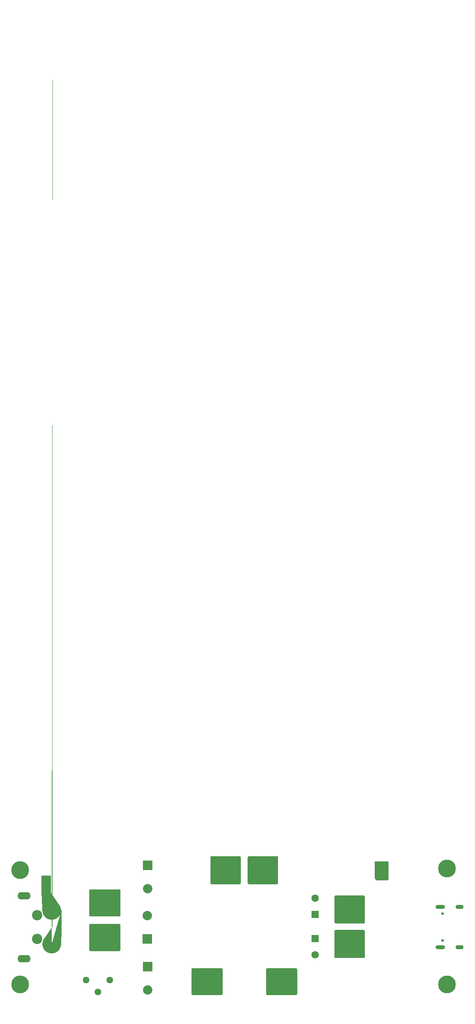
<source format=gbs>
%TF.GenerationSoftware,KiCad,Pcbnew,(5.99.0-10682-g4bb4606811)*%
%TF.CreationDate,2021-08-27T09:32:21+01:00*%
%TF.ProjectId,dc-to-pd-2,64632d74-6f2d-4706-942d-322e6b696361,rev?*%
%TF.SameCoordinates,Original*%
%TF.FileFunction,Soldermask,Bot*%
%TF.FilePolarity,Negative*%
%FSLAX46Y46*%
G04 Gerber Fmt 4.6, Leading zero omitted, Abs format (unit mm)*
G04 Created by KiCad (PCBNEW (5.99.0-10682-g4bb4606811)) date 2021-08-27 09:32:21*
%MOMM*%
%LPD*%
G01*
G04 APERTURE LIST*
G04 Aperture macros list*
%AMFreePoly0*
4,1,52,2.135355,7.464855,2.150000,7.429500,2.150000,3.175000,2.148124,3.170471,2.148343,3.170047,2.149457,3.156966,2.153880,3.144602,1.999473,0.008374,2.000000,0.000000,1.984229,-0.250666,1.937166,-0.497380,1.859553,-0.736249,1.752613,-0.963507,1.618034,-1.175571,1.457937,-1.369094,1.274848,-1.541026,1.071654,-1.688656,0.851559,-1.809654,0.618034,-1.902113,0.374763,-1.964575,
0.125581,-1.996053,-0.125581,-1.996053,-0.374763,-1.964575,-0.618034,-1.902113,-0.851559,-1.809654,-1.071654,-1.688656,-1.274848,-1.541026,-1.457937,-1.369094,-1.618034,-1.175571,-1.752613,-0.963507,-1.859553,-0.736249,-1.937166,-0.497380,-1.984229,-0.250666,-2.000000,0.000000,-1.984229,0.250666,-1.937166,0.497380,-1.859553,0.736249,-1.776167,0.913453,-1.775454,0.916957,-1.772357,0.921549,
-1.752613,0.963507,-1.618034,1.175571,-1.526061,1.286747,0.066046,3.647457,0.079502,3.656364,0.091689,3.666934,0.167860,3.692324,0.167860,7.429500,0.182505,7.464855,0.217860,7.479500,2.100000,7.479500,2.135355,7.464855,2.135355,7.464855,$1*%
%AMFreePoly1*
4,1,49,-0.199145,7.464855,-0.184500,7.429500,-0.184500,3.805567,-0.165806,3.789025,-0.162929,3.783124,-0.157457,3.779494,1.488463,1.333474,1.488806,1.331781,1.618034,1.175571,1.752613,0.963507,1.859553,0.736249,1.937166,0.497380,1.984229,0.250666,2.000000,0.000000,1.984229,-0.250666,1.937166,-0.497380,1.859553,-0.736249,1.752613,-0.963507,1.618034,-1.175571,1.457937,-1.369094,
1.274848,-1.541026,1.071654,-1.688656,0.851559,-1.809654,0.618034,-1.902113,0.374763,-1.964575,0.125581,-1.996053,-0.125581,-1.996053,-0.374763,-1.964575,-0.618034,-1.902113,-0.851559,-1.809654,-1.071654,-1.688656,-1.274848,-1.541026,-1.457937,-1.369094,-1.618034,-1.175571,-1.752613,-0.963507,-1.859553,-0.736249,-1.937166,-0.497380,-1.984229,-0.250666,-1.990503,-0.150941,-1.995069,-0.146434,
-1.995127,-0.137495,-1.998942,-0.129411,-2.157387,3.152662,-2.166640,3.175000,-2.166640,7.429500,-2.151995,7.464855,-2.116640,7.479500,-0.234500,7.479500,-0.199145,7.464855,-0.199145,7.464855,$1*%
G04 Aperture macros list end*
%ADD10C,3.800000*%
%ADD11R,1.600000X1.600000*%
%ADD12C,1.600000*%
%ADD13C,1.440000*%
%ADD14C,2.200000*%
%ADD15O,2.800000X1.600000*%
%ADD16FreePoly0,90.000000*%
%ADD17FreePoly1,90.000000*%
%ADD18R,2.000000X2.000000*%
%ADD19C,2.000000*%
%ADD20C,0.600000*%
%ADD21O,2.000000X0.900000*%
%ADD22O,1.700000X0.900000*%
G04 APERTURE END LIST*
D10*
%TO.C,H1*%
X34500000Y-33750000D03*
%TD*%
D11*
%TO.C,Cout2*%
X97700000Y-48400000D03*
D12*
X97700000Y-51900000D03*
%TD*%
D11*
%TO.C,Cout1*%
X97700000Y-43302651D03*
D12*
X97700000Y-39802651D03*
%TD*%
D13*
%TO.C,RV1*%
X48650000Y-57350000D03*
X51190000Y-59890000D03*
X53730000Y-57350000D03*
%TD*%
D14*
%TO.C,J1*%
X38125000Y-48540000D03*
D15*
X35300000Y-52750000D03*
D16*
X41300000Y-49600000D03*
D14*
X38125000Y-43460000D03*
D17*
X41300000Y-42400000D03*
D15*
X35300000Y-39250000D03*
%TD*%
D10*
%TO.C,H2*%
X34500000Y-58250000D03*
%TD*%
D18*
%TO.C,Cinbulk3*%
X61800000Y-54400000D03*
D19*
X61800000Y-59400000D03*
%TD*%
D10*
%TO.C,H3*%
X126000000Y-33450000D03*
%TD*%
%TO.C,H4*%
X126000000Y-58250000D03*
%TD*%
D18*
%TO.C,Cinbulk1*%
X61800000Y-32800000D03*
D19*
X61800000Y-37800000D03*
%TD*%
D20*
%TO.C,J2*%
X125050000Y-43110000D03*
X125050000Y-48890000D03*
D21*
X124570000Y-50320000D03*
X124570000Y-41680000D03*
D22*
X128740000Y-41680000D03*
X128740000Y-50320000D03*
%TD*%
D18*
%TO.C,Cinbulk2*%
X61750000Y-48535354D03*
D19*
X61750000Y-43535354D03*
%TD*%
G36*
X55762170Y-45302421D02*
G01*
X55821089Y-45314140D01*
X55866512Y-45332955D01*
X55905939Y-45359300D01*
X55940700Y-45394061D01*
X55967045Y-45433488D01*
X55985860Y-45478911D01*
X55997579Y-45537830D01*
X56000000Y-45562410D01*
X56000000Y-50837590D01*
X55997579Y-50862170D01*
X55985860Y-50921089D01*
X55967045Y-50966512D01*
X55940700Y-51005939D01*
X55905939Y-51040700D01*
X55866512Y-51067045D01*
X55821089Y-51085860D01*
X55762170Y-51097579D01*
X55737590Y-51100000D01*
X49562410Y-51100000D01*
X49537830Y-51097579D01*
X49478911Y-51085860D01*
X49433488Y-51067045D01*
X49394061Y-51040700D01*
X49359300Y-51005939D01*
X49332955Y-50966512D01*
X49314140Y-50921089D01*
X49302421Y-50862170D01*
X49300000Y-50837590D01*
X49300000Y-45562410D01*
X49302421Y-45537830D01*
X49314140Y-45478911D01*
X49332955Y-45433488D01*
X49359300Y-45394061D01*
X49394061Y-45359300D01*
X49433488Y-45332955D01*
X49478911Y-45314140D01*
X49537830Y-45302421D01*
X49562410Y-45300000D01*
X55737590Y-45300000D01*
X55762170Y-45302421D01*
G37*
G36*
X108162170Y-46602421D02*
G01*
X108221089Y-46614140D01*
X108266512Y-46632955D01*
X108305939Y-46659300D01*
X108340700Y-46694061D01*
X108367045Y-46733488D01*
X108385860Y-46778911D01*
X108397579Y-46837830D01*
X108400000Y-46862410D01*
X108400000Y-52337590D01*
X108397579Y-52362170D01*
X108385860Y-52421089D01*
X108367045Y-52466512D01*
X108340700Y-52505939D01*
X108305939Y-52540700D01*
X108266512Y-52567045D01*
X108221089Y-52585860D01*
X108162170Y-52597579D01*
X108137590Y-52600000D01*
X102162410Y-52600000D01*
X102137830Y-52597579D01*
X102078911Y-52585860D01*
X102033488Y-52567045D01*
X101994061Y-52540700D01*
X101959300Y-52505939D01*
X101932955Y-52466512D01*
X101914140Y-52421089D01*
X101902421Y-52362170D01*
X101900000Y-52337590D01*
X101900000Y-46862410D01*
X101902421Y-46837830D01*
X101914140Y-46778911D01*
X101932955Y-46733488D01*
X101959300Y-46694061D01*
X101994061Y-46659300D01*
X102033488Y-46632955D01*
X102078911Y-46614140D01*
X102137830Y-46602421D01*
X102162410Y-46600000D01*
X108137590Y-46600000D01*
X108162170Y-46602421D01*
G37*
G36*
X113262170Y-31902421D02*
G01*
X113321089Y-31914140D01*
X113366512Y-31932955D01*
X113405939Y-31959300D01*
X113440700Y-31994061D01*
X113467045Y-32033488D01*
X113485860Y-32078911D01*
X113497579Y-32137830D01*
X113500000Y-32162410D01*
X113500000Y-35687590D01*
X113497579Y-35712170D01*
X113485860Y-35771089D01*
X113467045Y-35816512D01*
X113440700Y-35855939D01*
X113405939Y-35890700D01*
X113366512Y-35917045D01*
X113321089Y-35935860D01*
X113262170Y-35947579D01*
X113237590Y-35950000D01*
X110965963Y-35950000D01*
X110941382Y-35947579D01*
X110882465Y-35935860D01*
X110837044Y-35917046D01*
X110787093Y-35883670D01*
X110768000Y-35868000D01*
X110582000Y-35682000D01*
X110566330Y-35662907D01*
X110532954Y-35612956D01*
X110514140Y-35567535D01*
X110502421Y-35508618D01*
X110500000Y-35484037D01*
X110500000Y-32162410D01*
X110502421Y-32137830D01*
X110514140Y-32078911D01*
X110532955Y-32033488D01*
X110559300Y-31994061D01*
X110594061Y-31959300D01*
X110633488Y-31932955D01*
X110678911Y-31914140D01*
X110737830Y-31902421D01*
X110762410Y-31900000D01*
X113237590Y-31900000D01*
X113262170Y-31902421D01*
G37*
G36*
X81562170Y-30802421D02*
G01*
X81621089Y-30814140D01*
X81666512Y-30832955D01*
X81705939Y-30859300D01*
X81740700Y-30894061D01*
X81767045Y-30933488D01*
X81785860Y-30978911D01*
X81797579Y-31037830D01*
X81800000Y-31062410D01*
X81800000Y-36537590D01*
X81797579Y-36562170D01*
X81785860Y-36621089D01*
X81767045Y-36666512D01*
X81740700Y-36705939D01*
X81705939Y-36740700D01*
X81666512Y-36767045D01*
X81621089Y-36785860D01*
X81562170Y-36797579D01*
X81537590Y-36800000D01*
X75562410Y-36800000D01*
X75537830Y-36797579D01*
X75478911Y-36785860D01*
X75433488Y-36767045D01*
X75394061Y-36740700D01*
X75359300Y-36705939D01*
X75332955Y-36666512D01*
X75314140Y-36621089D01*
X75302421Y-36562170D01*
X75300000Y-36537590D01*
X75300000Y-31062410D01*
X75302421Y-31037830D01*
X75314140Y-30978911D01*
X75332955Y-30933488D01*
X75359300Y-30894061D01*
X75394061Y-30859300D01*
X75433488Y-30832955D01*
X75478911Y-30814140D01*
X75537830Y-30802421D01*
X75562410Y-30800000D01*
X81537590Y-30800000D01*
X81562170Y-30802421D01*
G37*
G36*
X77662170Y-54802421D02*
G01*
X77721089Y-54814140D01*
X77766512Y-54832955D01*
X77805939Y-54859300D01*
X77840700Y-54894061D01*
X77867045Y-54933488D01*
X77885860Y-54978911D01*
X77897579Y-55037830D01*
X77900000Y-55062410D01*
X77900000Y-60237590D01*
X77897579Y-60262170D01*
X77885860Y-60321089D01*
X77867045Y-60366512D01*
X77840700Y-60405939D01*
X77805939Y-60440700D01*
X77766512Y-60467045D01*
X77721089Y-60485860D01*
X77662170Y-60497579D01*
X77637590Y-60500000D01*
X71462410Y-60500000D01*
X71437830Y-60497579D01*
X71378911Y-60485860D01*
X71333488Y-60467045D01*
X71294061Y-60440700D01*
X71259300Y-60405939D01*
X71232955Y-60366512D01*
X71214140Y-60321089D01*
X71202421Y-60262170D01*
X71200000Y-60237590D01*
X71200000Y-55062410D01*
X71202421Y-55037830D01*
X71214140Y-54978911D01*
X71232955Y-54933488D01*
X71259300Y-54894061D01*
X71294061Y-54859300D01*
X71333488Y-54832955D01*
X71378911Y-54814140D01*
X71437830Y-54802421D01*
X71462410Y-54800000D01*
X77637590Y-54800000D01*
X77662170Y-54802421D01*
G37*
G36*
X89562170Y-30802421D02*
G01*
X89621089Y-30814140D01*
X89666512Y-30832955D01*
X89705939Y-30859300D01*
X89740700Y-30894061D01*
X89767045Y-30933488D01*
X89785860Y-30978911D01*
X89797579Y-31037830D01*
X89800000Y-31062410D01*
X89800000Y-36537590D01*
X89797579Y-36562170D01*
X89785860Y-36621089D01*
X89767045Y-36666512D01*
X89740700Y-36705939D01*
X89705939Y-36740700D01*
X89666512Y-36767045D01*
X89621089Y-36785860D01*
X89562170Y-36797579D01*
X89537590Y-36800000D01*
X83562410Y-36800000D01*
X83537830Y-36797579D01*
X83478911Y-36785860D01*
X83433488Y-36767045D01*
X83394061Y-36740700D01*
X83359300Y-36705939D01*
X83332955Y-36666512D01*
X83314140Y-36621089D01*
X83302421Y-36562170D01*
X83300000Y-36537590D01*
X83300000Y-31062410D01*
X83302421Y-31037830D01*
X83314140Y-30978911D01*
X83332955Y-30933488D01*
X83359300Y-30894061D01*
X83394061Y-30859300D01*
X83433488Y-30832955D01*
X83478911Y-30814140D01*
X83537830Y-30802421D01*
X83562410Y-30800000D01*
X89537590Y-30800000D01*
X89562170Y-30802421D01*
G37*
G36*
X55762170Y-37902421D02*
G01*
X55821089Y-37914140D01*
X55866512Y-37932955D01*
X55905939Y-37959300D01*
X55940700Y-37994061D01*
X55967045Y-38033488D01*
X55985860Y-38078911D01*
X55997579Y-38137830D01*
X56000000Y-38162410D01*
X56000000Y-43437590D01*
X55997579Y-43462170D01*
X55985860Y-43521089D01*
X55967045Y-43566512D01*
X55940700Y-43605939D01*
X55905939Y-43640700D01*
X55866512Y-43667045D01*
X55821089Y-43685860D01*
X55762170Y-43697579D01*
X55737590Y-43700000D01*
X49562410Y-43700000D01*
X49537830Y-43697579D01*
X49478911Y-43685860D01*
X49433488Y-43667045D01*
X49394061Y-43640700D01*
X49359300Y-43605939D01*
X49332955Y-43566512D01*
X49314140Y-43521089D01*
X49302421Y-43462170D01*
X49300000Y-43437590D01*
X49300000Y-38162410D01*
X49302421Y-38137830D01*
X49314140Y-38078911D01*
X49332955Y-38033488D01*
X49359300Y-37994061D01*
X49394061Y-37959300D01*
X49433488Y-37932955D01*
X49478911Y-37914140D01*
X49537830Y-37902421D01*
X49562410Y-37900000D01*
X55737590Y-37900000D01*
X55762170Y-37902421D01*
G37*
G36*
X108162170Y-39202421D02*
G01*
X108221089Y-39214140D01*
X108266512Y-39232955D01*
X108305939Y-39259300D01*
X108340700Y-39294061D01*
X108367045Y-39333488D01*
X108385860Y-39378911D01*
X108397579Y-39437830D01*
X108400000Y-39462410D01*
X108400000Y-44937590D01*
X108397579Y-44962170D01*
X108385860Y-45021089D01*
X108367045Y-45066512D01*
X108340700Y-45105939D01*
X108305939Y-45140700D01*
X108266512Y-45167045D01*
X108221089Y-45185860D01*
X108162170Y-45197579D01*
X108137590Y-45200000D01*
X102162410Y-45200000D01*
X102137830Y-45197579D01*
X102078911Y-45185860D01*
X102033488Y-45167045D01*
X101994061Y-45140700D01*
X101959300Y-45105939D01*
X101932955Y-45066512D01*
X101914140Y-45021089D01*
X101902421Y-44962170D01*
X101900000Y-44937590D01*
X101900000Y-39462410D01*
X101902421Y-39437830D01*
X101914140Y-39378911D01*
X101932955Y-39333488D01*
X101959300Y-39294061D01*
X101994061Y-39259300D01*
X102033488Y-39232955D01*
X102078911Y-39214140D01*
X102137830Y-39202421D01*
X102162410Y-39200000D01*
X108137590Y-39200000D01*
X108162170Y-39202421D01*
G37*
G36*
X93662170Y-54802421D02*
G01*
X93721089Y-54814140D01*
X93766512Y-54832955D01*
X93805939Y-54859300D01*
X93840700Y-54894061D01*
X93867045Y-54933488D01*
X93885860Y-54978911D01*
X93897579Y-55037830D01*
X93900000Y-55062410D01*
X93900000Y-60237590D01*
X93897579Y-60262170D01*
X93885860Y-60321089D01*
X93867045Y-60366512D01*
X93840700Y-60405939D01*
X93805939Y-60440700D01*
X93766512Y-60467045D01*
X93721089Y-60485860D01*
X93662170Y-60497579D01*
X93637590Y-60500000D01*
X87462410Y-60500000D01*
X87437830Y-60497579D01*
X87378911Y-60485860D01*
X87333488Y-60467045D01*
X87294061Y-60440700D01*
X87259300Y-60405939D01*
X87232955Y-60366512D01*
X87214140Y-60321089D01*
X87202421Y-60262170D01*
X87200000Y-60237590D01*
X87200000Y-55062410D01*
X87202421Y-55037830D01*
X87214140Y-54978911D01*
X87232955Y-54933488D01*
X87259300Y-54894061D01*
X87294061Y-54859300D01*
X87333488Y-54832955D01*
X87378911Y-54814140D01*
X87437830Y-54802421D01*
X87462410Y-54800000D01*
X93637590Y-54800000D01*
X93662170Y-54802421D01*
G37*
M02*

</source>
